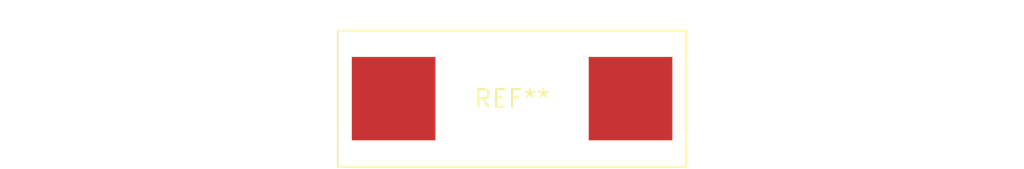
<source format=kicad_pcb>
(kicad_pcb (version 20240108) (generator pcbnew)
  (layers (0 "F.Cu" signal) (31 "B.Cu" signal) (34 "B.Paste" user) (35 "F.Paste" user) (36 "B.SilkS" user "B.Silkscreen") (37 "F.SilkS" user "F.Silkscreen") (38 "B.Mask" user) (39 "F.Mask" user) (44 "Edge.Cuts" user))
  (net 0 "")
  (footprint "Fuseholder_Cylinder-5x20mm_Wuerth_696103101002-SMD_Horizontal_Open" (layer "F.Cu") (at 0 0)
    (property "Reference" "REF**")
    (property "Value" "Fuseholder_Cylinder-5x20mm_Wuerth_696103101002-SMD_Horizontal_Open")
    (fp_line (start -12.5 -4.9) (end 12.5 -4.9) (layer "F.SilkS") (stroke (width 0.12)))
    (fp_line (start -12.5 4.9) (end -12.5 -4.9) (layer "F.SilkS") (stroke (width 0.12)))
    (fp_line (start 12.5 -4.9) (end 12.5 4.9) (layer "F.SilkS") (stroke (width 0.12)))
    (fp_line (start 12.5 4.9) (end -12.5 4.9) (layer "F.SilkS") (stroke (width 0.12)))
    (pad "1" smd rect (at -8.5 0) (size 6 6) (layers "F.Cu" "F.Paste" "F.Mask"))
    (pad "2" smd rect (at 8.5 0) (size 6 6) (layers "F.Cu" "F.Paste" "F.Mask"))
  )
)
</source>
